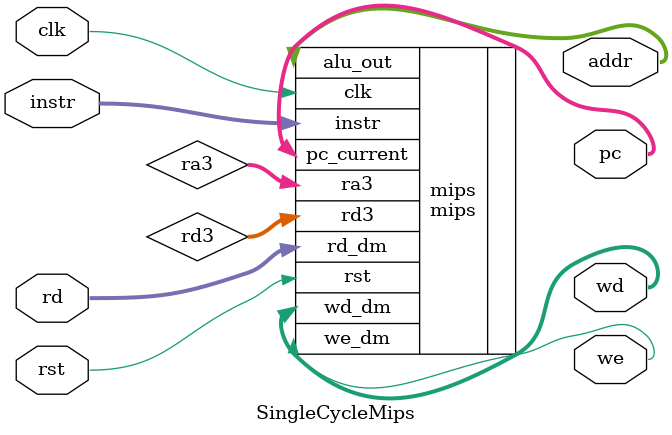
<source format=v>
`timescale 1ns / 1ps

module SingleCycleMips(
        input   clk, rst,
        input   [31:0] instr, rd,
        output  we,
        output [31:0] addr, pc, wd
    );
    
    wire [31:0] ra3, rd3;
    
    mips mips (
            .clk            (clk),
            .rst            (rst),
            .ra3            (ra3),
            .instr          (instr),
            .rd_dm          (rd),
            .we_dm          (we),
            .pc_current     (pc),
            .alu_out        (addr),
            .wd_dm          (wd),
            .rd3            (rd3)
        );
endmodule

</source>
